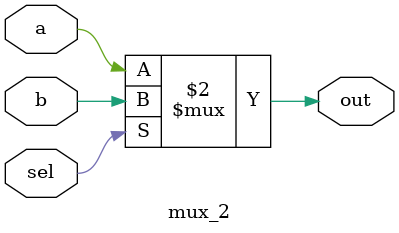
<source format=v>
module mux_2
#(
    parameter DW = 1
)
(
    input  wire [DW-1:0] a,
    input  wire [DW-1:0] b,
    input  wire          sel,
    output wire [DW-1:0] out
);

    assign out = (sel == 0) ? a : b;

endmodule
</source>
